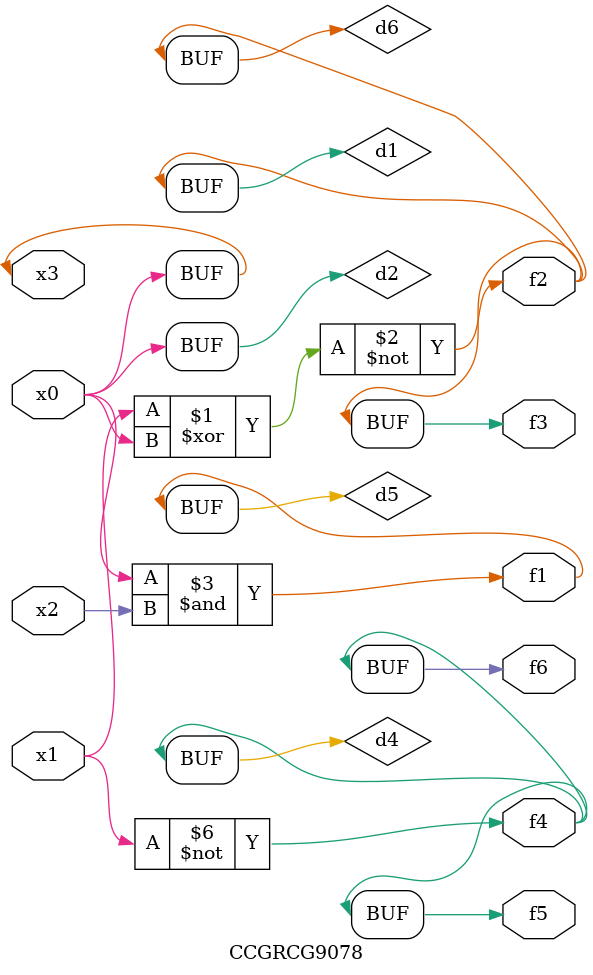
<source format=v>
module CCGRCG9078(
	input x0, x1, x2, x3,
	output f1, f2, f3, f4, f5, f6
);

	wire d1, d2, d3, d4, d5, d6;

	xnor (d1, x1, x3);
	buf (d2, x0, x3);
	nand (d3, x0, x2);
	not (d4, x1);
	nand (d5, d3);
	or (d6, d1);
	assign f1 = d5;
	assign f2 = d6;
	assign f3 = d6;
	assign f4 = d4;
	assign f5 = d4;
	assign f6 = d4;
endmodule

</source>
